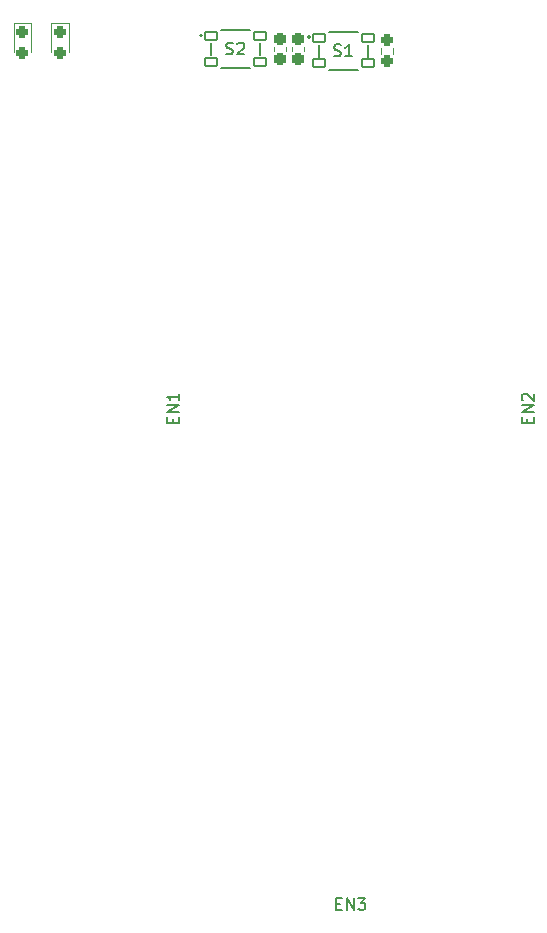
<source format=gbr>
%TF.GenerationSoftware,KiCad,Pcbnew,8.0.5*%
%TF.CreationDate,2025-01-01T22:16:47+09:00*%
%TF.ProjectId,Davinci-Keyboard,44617669-6e63-4692-9d4b-6579626f6172,rev?*%
%TF.SameCoordinates,Original*%
%TF.FileFunction,Legend,Top*%
%TF.FilePolarity,Positive*%
%FSLAX46Y46*%
G04 Gerber Fmt 4.6, Leading zero omitted, Abs format (unit mm)*
G04 Created by KiCad (PCBNEW 8.0.5) date 2025-01-01 22:16:47*
%MOMM*%
%LPD*%
G01*
G04 APERTURE LIST*
G04 Aperture macros list*
%AMRoundRect*
0 Rectangle with rounded corners*
0 $1 Rounding radius*
0 $2 $3 $4 $5 $6 $7 $8 $9 X,Y pos of 4 corners*
0 Add a 4 corners polygon primitive as box body*
4,1,4,$2,$3,$4,$5,$6,$7,$8,$9,$2,$3,0*
0 Add four circle primitives for the rounded corners*
1,1,$1+$1,$2,$3*
1,1,$1+$1,$4,$5*
1,1,$1+$1,$6,$7*
1,1,$1+$1,$8,$9*
0 Add four rect primitives between the rounded corners*
20,1,$1+$1,$2,$3,$4,$5,0*
20,1,$1+$1,$4,$5,$6,$7,0*
20,1,$1+$1,$6,$7,$8,$9,0*
20,1,$1+$1,$8,$9,$2,$3,0*%
G04 Aperture macros list end*
%ADD10C,0.150000*%
%ADD11C,0.127000*%
%ADD12C,0.120000*%
%ADD13C,4.100000*%
%ADD14C,1.600000*%
%ADD15C,3.000000*%
%ADD16C,3.200000*%
%ADD17C,2.000000*%
%ADD18R,3.200000X2.000000*%
%ADD19RoundRect,0.102000X-0.525000X-0.325000X0.525000X-0.325000X0.525000X0.325000X-0.525000X0.325000X0*%
%ADD20RoundRect,0.237500X0.237500X-0.300000X0.237500X0.300000X-0.237500X0.300000X-0.237500X-0.300000X0*%
%ADD21R,2.000000X3.200000*%
%ADD22RoundRect,0.237500X-0.237500X0.287500X-0.237500X-0.287500X0.237500X-0.287500X0.237500X0.287500X0*%
%ADD23RoundRect,0.237500X0.237500X-0.250000X0.237500X0.250000X-0.237500X0.250000X-0.237500X-0.250000X0*%
%ADD24O,1.000000X2.100000*%
%ADD25O,1.000000X1.800000*%
%ADD26O,1.700000X1.700000*%
%ADD27R,1.700000X1.700000*%
G04 APERTURE END LIST*
D10*
X78751009Y-87054285D02*
X78751009Y-86720952D01*
X79274819Y-86578095D02*
X79274819Y-87054285D01*
X79274819Y-87054285D02*
X78274819Y-87054285D01*
X78274819Y-87054285D02*
X78274819Y-86578095D01*
X79274819Y-86149523D02*
X78274819Y-86149523D01*
X78274819Y-86149523D02*
X79274819Y-85578095D01*
X79274819Y-85578095D02*
X78274819Y-85578095D01*
X78370057Y-85149523D02*
X78322438Y-85101904D01*
X78322438Y-85101904D02*
X78274819Y-85006666D01*
X78274819Y-85006666D02*
X78274819Y-84768571D01*
X78274819Y-84768571D02*
X78322438Y-84673333D01*
X78322438Y-84673333D02*
X78370057Y-84625714D01*
X78370057Y-84625714D02*
X78465295Y-84578095D01*
X78465295Y-84578095D02*
X78560533Y-84578095D01*
X78560533Y-84578095D02*
X78703390Y-84625714D01*
X78703390Y-84625714D02*
X79274819Y-85197142D01*
X79274819Y-85197142D02*
X79274819Y-84578095D01*
X62381483Y-55974861D02*
X62524567Y-56022555D01*
X62524567Y-56022555D02*
X62763041Y-56022555D01*
X62763041Y-56022555D02*
X62858431Y-55974861D01*
X62858431Y-55974861D02*
X62906126Y-55927166D01*
X62906126Y-55927166D02*
X62953820Y-55831776D01*
X62953820Y-55831776D02*
X62953820Y-55736386D01*
X62953820Y-55736386D02*
X62906126Y-55640997D01*
X62906126Y-55640997D02*
X62858431Y-55593302D01*
X62858431Y-55593302D02*
X62763041Y-55545607D01*
X62763041Y-55545607D02*
X62572262Y-55497912D01*
X62572262Y-55497912D02*
X62476872Y-55450218D01*
X62476872Y-55450218D02*
X62429178Y-55402523D01*
X62429178Y-55402523D02*
X62381483Y-55307133D01*
X62381483Y-55307133D02*
X62381483Y-55211744D01*
X62381483Y-55211744D02*
X62429178Y-55116354D01*
X62429178Y-55116354D02*
X62476872Y-55068659D01*
X62476872Y-55068659D02*
X62572262Y-55020964D01*
X62572262Y-55020964D02*
X62810736Y-55020964D01*
X62810736Y-55020964D02*
X62953820Y-55068659D01*
X63907716Y-56022555D02*
X63335379Y-56022555D01*
X63621548Y-56022555D02*
X63621548Y-55020964D01*
X63621548Y-55020964D02*
X63526158Y-55164049D01*
X63526158Y-55164049D02*
X63430768Y-55259438D01*
X63430768Y-55259438D02*
X63335379Y-55307133D01*
X62558714Y-127771009D02*
X62892047Y-127771009D01*
X63034904Y-128294819D02*
X62558714Y-128294819D01*
X62558714Y-128294819D02*
X62558714Y-127294819D01*
X62558714Y-127294819D02*
X63034904Y-127294819D01*
X63463476Y-128294819D02*
X63463476Y-127294819D01*
X63463476Y-127294819D02*
X64034904Y-128294819D01*
X64034904Y-128294819D02*
X64034904Y-127294819D01*
X64415857Y-127294819D02*
X65034904Y-127294819D01*
X65034904Y-127294819D02*
X64701571Y-127675771D01*
X64701571Y-127675771D02*
X64844428Y-127675771D01*
X64844428Y-127675771D02*
X64939666Y-127723390D01*
X64939666Y-127723390D02*
X64987285Y-127771009D01*
X64987285Y-127771009D02*
X65034904Y-127866247D01*
X65034904Y-127866247D02*
X65034904Y-128104342D01*
X65034904Y-128104342D02*
X64987285Y-128199580D01*
X64987285Y-128199580D02*
X64939666Y-128247200D01*
X64939666Y-128247200D02*
X64844428Y-128294819D01*
X64844428Y-128294819D02*
X64558714Y-128294819D01*
X64558714Y-128294819D02*
X64463476Y-128247200D01*
X64463476Y-128247200D02*
X64415857Y-128199580D01*
X48704009Y-87054285D02*
X48704009Y-86720952D01*
X49227819Y-86578095D02*
X49227819Y-87054285D01*
X49227819Y-87054285D02*
X48227819Y-87054285D01*
X48227819Y-87054285D02*
X48227819Y-86578095D01*
X49227819Y-86149523D02*
X48227819Y-86149523D01*
X48227819Y-86149523D02*
X49227819Y-85578095D01*
X49227819Y-85578095D02*
X48227819Y-85578095D01*
X49227819Y-84578095D02*
X49227819Y-85149523D01*
X49227819Y-84863809D02*
X48227819Y-84863809D01*
X48227819Y-84863809D02*
X48370676Y-84959047D01*
X48370676Y-84959047D02*
X48465914Y-85054285D01*
X48465914Y-85054285D02*
X48513533Y-85149523D01*
X53237483Y-55822461D02*
X53380567Y-55870155D01*
X53380567Y-55870155D02*
X53619041Y-55870155D01*
X53619041Y-55870155D02*
X53714431Y-55822461D01*
X53714431Y-55822461D02*
X53762126Y-55774766D01*
X53762126Y-55774766D02*
X53809820Y-55679376D01*
X53809820Y-55679376D02*
X53809820Y-55583986D01*
X53809820Y-55583986D02*
X53762126Y-55488597D01*
X53762126Y-55488597D02*
X53714431Y-55440902D01*
X53714431Y-55440902D02*
X53619041Y-55393207D01*
X53619041Y-55393207D02*
X53428262Y-55345512D01*
X53428262Y-55345512D02*
X53332872Y-55297818D01*
X53332872Y-55297818D02*
X53285178Y-55250123D01*
X53285178Y-55250123D02*
X53237483Y-55154733D01*
X53237483Y-55154733D02*
X53237483Y-55059344D01*
X53237483Y-55059344D02*
X53285178Y-54963954D01*
X53285178Y-54963954D02*
X53332872Y-54916259D01*
X53332872Y-54916259D02*
X53428262Y-54868564D01*
X53428262Y-54868564D02*
X53666736Y-54868564D01*
X53666736Y-54868564D02*
X53809820Y-54916259D01*
X54191379Y-54963954D02*
X54239074Y-54916259D01*
X54239074Y-54916259D02*
X54334463Y-54868564D01*
X54334463Y-54868564D02*
X54572937Y-54868564D01*
X54572937Y-54868564D02*
X54668327Y-54916259D01*
X54668327Y-54916259D02*
X54716022Y-54963954D01*
X54716022Y-54963954D02*
X54763716Y-55059344D01*
X54763716Y-55059344D02*
X54763716Y-55154733D01*
X54763716Y-55154733D02*
X54716022Y-55297818D01*
X54716022Y-55297818D02*
X54143684Y-55870155D01*
X54143684Y-55870155D02*
X54763716Y-55870155D01*
D11*
%TO.C,S1*%
X60370000Y-54391600D02*
G75*
G02*
X60270000Y-54391600I-50000J0D01*
G01*
X60270000Y-54391600D02*
G75*
G02*
X60370000Y-54391600I50000J0D01*
G01*
X60381803Y-54391600D02*
G75*
G02*
X60158197Y-54391600I-111803J0D01*
G01*
X60158197Y-54391600D02*
G75*
G02*
X60381803Y-54391600I111803J0D01*
G01*
X65270000Y-55041600D02*
X65270000Y-56041600D01*
X61920000Y-57141600D02*
X64420000Y-57141600D01*
X61920000Y-53941600D02*
X64420000Y-53941600D01*
X61070000Y-55041600D02*
X61070000Y-56041600D01*
D12*
%TO.C,C6*%
X58346000Y-55560867D02*
X58346000Y-55268333D01*
X57326000Y-55560867D02*
X57326000Y-55268333D01*
%TO.C,D1*%
X39906000Y-55665000D02*
X39906000Y-53205000D01*
X39906000Y-53205000D02*
X38436000Y-53205000D01*
X38436000Y-53205000D02*
X38436000Y-55665000D01*
%TO.C,C4*%
X59870000Y-55560867D02*
X59870000Y-55268333D01*
X58850000Y-55560867D02*
X58850000Y-55268333D01*
%TO.C,R11*%
X67375500Y-55796324D02*
X67375500Y-55286876D01*
X66330500Y-55796324D02*
X66330500Y-55286876D01*
%TO.C,D2*%
X36731000Y-55679000D02*
X36731000Y-53219000D01*
X36731000Y-53219000D02*
X35261000Y-53219000D01*
X35261000Y-53219000D02*
X35261000Y-55679000D01*
D11*
%TO.C,S2*%
X51226000Y-54264600D02*
G75*
G02*
X51126000Y-54264600I-50000J0D01*
G01*
X51126000Y-54264600D02*
G75*
G02*
X51226000Y-54264600I50000J0D01*
G01*
X51237803Y-54264600D02*
G75*
G02*
X51014197Y-54264600I-111803J0D01*
G01*
X51014197Y-54264600D02*
G75*
G02*
X51237803Y-54264600I111803J0D01*
G01*
X56126000Y-54914600D02*
X56126000Y-55914600D01*
X52776000Y-57014600D02*
X55276000Y-57014600D01*
X52776000Y-53814600D02*
X55276000Y-53814600D01*
X51926000Y-54914600D02*
X51926000Y-55914600D01*
%TD*%
%LPC*%
D13*
%TO.C,SW87*%
X374595000Y-142170000D03*
D14*
X379675000Y-142170000D03*
X369515000Y-142170000D03*
D15*
X370785000Y-139630000D03*
X377135000Y-137090000D03*
%TD*%
D13*
%TO.C,SW86*%
X355545000Y-142170000D03*
D14*
X360625000Y-142170000D03*
X350465000Y-142170000D03*
D15*
X351735000Y-139630000D03*
X358085000Y-137090000D03*
%TD*%
D13*
%TO.C,SW85*%
X336495000Y-142170000D03*
D14*
X341575000Y-142170000D03*
X331415000Y-142170000D03*
D15*
X332685000Y-139630000D03*
X339035000Y-137090000D03*
%TD*%
D13*
%TO.C,SW84*%
X312682500Y-142170000D03*
D14*
X317762500Y-142170000D03*
X307602500Y-142170000D03*
D15*
X308872500Y-139630000D03*
X315222500Y-137090000D03*
%TD*%
D13*
%TO.C,SW83*%
X293632500Y-142170000D03*
D14*
X298712500Y-142170000D03*
X288552500Y-142170000D03*
D15*
X289822500Y-139630000D03*
X296172500Y-137090000D03*
%TD*%
D13*
%TO.C,SW82*%
X274582500Y-142170000D03*
D14*
X279662500Y-142170000D03*
X269502500Y-142170000D03*
D15*
X270772500Y-139630000D03*
X277122500Y-137090000D03*
%TD*%
D13*
%TO.C,SW81*%
X234101250Y-142170000D03*
D14*
X239181250Y-142170000D03*
X229021250Y-142170000D03*
D15*
X230291250Y-139630000D03*
X236641250Y-137090000D03*
%TD*%
D13*
%TO.C,SW80*%
X193620000Y-142170000D03*
D14*
X198700000Y-142170000D03*
X188540000Y-142170000D03*
D15*
X189810000Y-139630000D03*
X196160000Y-137090000D03*
%TD*%
D13*
%TO.C,SW79*%
X174570000Y-142170000D03*
D14*
X179650000Y-142170000D03*
X169490000Y-142170000D03*
D15*
X170760000Y-139630000D03*
X177110000Y-137090000D03*
%TD*%
D13*
%TO.C,SW78*%
X155520000Y-142170000D03*
D14*
X160600000Y-142170000D03*
X150440000Y-142170000D03*
D15*
X151710000Y-139630000D03*
X158060000Y-137090000D03*
%TD*%
D13*
%TO.C,SW77*%
X136470000Y-142170000D03*
D14*
X141550000Y-142170000D03*
X131390000Y-142170000D03*
D15*
X132660000Y-139630000D03*
X139010000Y-137090000D03*
%TD*%
D13*
%TO.C,SW76*%
X110276250Y-142170000D03*
D14*
X115356250Y-142170000D03*
X105196250Y-142170000D03*
D15*
X106466250Y-139630000D03*
X112816250Y-137090000D03*
%TD*%
D13*
%TO.C,SW75*%
X398407500Y-123120000D03*
D14*
X403487500Y-123120000D03*
X393327500Y-123120000D03*
D15*
X394597500Y-120580000D03*
X400947500Y-118040000D03*
%TD*%
D13*
%TO.C,SW74*%
X374595000Y-123120000D03*
D14*
X379675000Y-123120000D03*
X369515000Y-123120000D03*
D15*
X370785000Y-120580000D03*
X377135000Y-118040000D03*
%TD*%
D13*
%TO.C,SW73*%
X355545000Y-123120000D03*
D14*
X360625000Y-123120000D03*
X350465000Y-123120000D03*
D15*
X351735000Y-120580000D03*
X358085000Y-118040000D03*
%TD*%
D13*
%TO.C,SW72*%
X336495000Y-123120000D03*
D14*
X341575000Y-123120000D03*
X331415000Y-123120000D03*
D15*
X332685000Y-120580000D03*
X339035000Y-118040000D03*
%TD*%
D13*
%TO.C,SW71*%
X317445000Y-123120000D03*
D14*
X322525000Y-123120000D03*
X312365000Y-123120000D03*
D15*
X313635000Y-120580000D03*
X319985000Y-118040000D03*
%TD*%
D13*
%TO.C,SW70*%
X298395000Y-123120000D03*
D14*
X303475000Y-123120000D03*
X293315000Y-123120000D03*
D15*
X294585000Y-120580000D03*
X300935000Y-118040000D03*
%TD*%
D13*
%TO.C,SW69*%
X279345000Y-123120000D03*
D14*
X284425000Y-123120000D03*
X274265000Y-123120000D03*
D15*
X275535000Y-120580000D03*
X281885000Y-118040000D03*
%TD*%
D13*
%TO.C,SW68*%
X260295000Y-123120000D03*
D14*
X265375000Y-123120000D03*
X255215000Y-123120000D03*
D15*
X256485000Y-120580000D03*
X262835000Y-118040000D03*
%TD*%
D13*
%TO.C,SW67*%
X241245000Y-123120000D03*
D14*
X246325000Y-123120000D03*
X236165000Y-123120000D03*
D15*
X237435000Y-120580000D03*
X243785000Y-118040000D03*
%TD*%
D13*
%TO.C,SW66*%
X222195000Y-123120000D03*
D14*
X227275000Y-123120000D03*
X217115000Y-123120000D03*
D15*
X218385000Y-120580000D03*
X224735000Y-118040000D03*
%TD*%
D13*
%TO.C,SW65*%
X203145000Y-123120000D03*
D14*
X208225000Y-123120000D03*
X198065000Y-123120000D03*
D15*
X199335000Y-120580000D03*
X205685000Y-118040000D03*
%TD*%
D13*
%TO.C,SW64*%
X184095000Y-123120000D03*
D14*
X189175000Y-123120000D03*
X179015000Y-123120000D03*
D15*
X180285000Y-120580000D03*
X186635000Y-118040000D03*
%TD*%
D13*
%TO.C,SW63*%
X165045000Y-123120000D03*
D14*
X170125000Y-123120000D03*
X159965000Y-123120000D03*
D15*
X161235000Y-120580000D03*
X167585000Y-118040000D03*
%TD*%
D13*
%TO.C,SW62*%
X145995000Y-123120000D03*
D14*
X151075000Y-123120000D03*
X140915000Y-123120000D03*
D15*
X142185000Y-120580000D03*
X148535000Y-118040000D03*
%TD*%
D13*
%TO.C,SW61*%
X117420000Y-123120000D03*
D14*
X122500000Y-123120000D03*
X112340000Y-123120000D03*
D15*
X113610000Y-120580000D03*
X119960000Y-118040000D03*
%TD*%
D13*
%TO.C,SW60*%
X398407500Y-104070000D03*
D14*
X403487500Y-104070000D03*
X393327500Y-104070000D03*
D15*
X394597500Y-101530000D03*
X400947500Y-98990000D03*
%TD*%
D13*
%TO.C,SW59*%
X350782500Y-104070000D03*
D14*
X355862500Y-104070000D03*
X345702500Y-104070000D03*
D15*
X346972500Y-101530000D03*
X353322500Y-98990000D03*
%TD*%
D13*
%TO.C,SW58*%
X331732500Y-104070000D03*
D14*
X336812500Y-104070000D03*
X326652500Y-104070000D03*
D15*
X327922500Y-101530000D03*
X334272500Y-98990000D03*
%TD*%
D13*
%TO.C,SW57*%
X312682500Y-104070000D03*
D14*
X317762500Y-104070000D03*
X307602500Y-104070000D03*
D15*
X308872500Y-101530000D03*
X315222500Y-98990000D03*
%TD*%
D13*
%TO.C,SW56*%
X293632500Y-104070000D03*
D14*
X298712500Y-104070000D03*
X288552500Y-104070000D03*
D15*
X289822500Y-101530000D03*
X296172500Y-98990000D03*
%TD*%
D13*
%TO.C,SW55*%
X274582500Y-104070000D03*
D14*
X279662500Y-104070000D03*
X269502500Y-104070000D03*
D15*
X270772500Y-101530000D03*
X277122500Y-98990000D03*
%TD*%
D13*
%TO.C,SW54*%
X255532500Y-104070000D03*
D14*
X260612500Y-104070000D03*
X250452500Y-104070000D03*
D15*
X251722500Y-101530000D03*
X258072500Y-98990000D03*
%TD*%
D13*
%TO.C,SW53*%
X236482500Y-104070000D03*
D14*
X241562500Y-104070000D03*
X231402500Y-104070000D03*
D15*
X232672500Y-101530000D03*
X239022500Y-98990000D03*
%TD*%
D13*
%TO.C,SW52*%
X217432500Y-104070000D03*
D14*
X222512500Y-104070000D03*
X212352500Y-104070000D03*
D15*
X213622500Y-101530000D03*
X219972500Y-98990000D03*
%TD*%
D13*
%TO.C,SW51*%
X198382500Y-104070000D03*
D14*
X203462500Y-104070000D03*
X193302500Y-104070000D03*
D15*
X194572500Y-101530000D03*
X200922500Y-98990000D03*
%TD*%
D13*
%TO.C,SW50*%
X179332500Y-104070000D03*
D14*
X184412500Y-104070000D03*
X174252500Y-104070000D03*
D15*
X175522500Y-101530000D03*
X181872500Y-98990000D03*
%TD*%
D13*
%TO.C,SW49*%
X160282500Y-104070000D03*
D14*
X165362500Y-104070000D03*
X155202500Y-104070000D03*
D15*
X156472500Y-101530000D03*
X162822500Y-98990000D03*
%TD*%
D13*
%TO.C,SW48*%
X141232500Y-104070000D03*
D14*
X146312500Y-104070000D03*
X136152500Y-104070000D03*
D15*
X137422500Y-101530000D03*
X143772500Y-98990000D03*
%TD*%
D13*
%TO.C,SW47*%
X115038750Y-104070000D03*
D14*
X120118750Y-104070000D03*
X109958750Y-104070000D03*
D15*
X111228750Y-101530000D03*
X117578750Y-98990000D03*
%TD*%
D13*
%TO.C,SW46*%
X398407500Y-85020000D03*
D14*
X403487500Y-85020000D03*
X393327500Y-85020000D03*
D15*
X394597500Y-82480000D03*
X400947500Y-79940000D03*
%TD*%
D13*
%TO.C,SW45*%
X372213750Y-94545000D03*
D14*
X377293750Y-94545000D03*
X367133750Y-94545000D03*
D15*
X368403750Y-92005000D03*
X374753750Y-89465000D03*
%TD*%
D13*
%TO.C,SW44*%
X346020000Y-85020000D03*
D14*
X351100000Y-85020000D03*
X340940000Y-85020000D03*
D15*
X342210000Y-82480000D03*
X348560000Y-79940000D03*
%TD*%
D13*
%TO.C,SW43*%
X326970000Y-85020000D03*
D14*
X332050000Y-85020000D03*
X321890000Y-85020000D03*
D15*
X323160000Y-82480000D03*
X329510000Y-79940000D03*
%TD*%
D13*
%TO.C,SW42*%
X307920000Y-85020000D03*
D14*
X313000000Y-85020000D03*
X302840000Y-85020000D03*
D15*
X304110000Y-82480000D03*
X310460000Y-79940000D03*
%TD*%
D13*
%TO.C,SW41*%
X288870000Y-85020000D03*
D14*
X293950000Y-85020000D03*
X283790000Y-85020000D03*
D15*
X285060000Y-82480000D03*
X291410000Y-79940000D03*
%TD*%
D13*
%TO.C,SW40*%
X269820000Y-85020000D03*
D14*
X274900000Y-85020000D03*
X264740000Y-85020000D03*
D15*
X266010000Y-82480000D03*
X272360000Y-79940000D03*
%TD*%
D13*
%TO.C,SW39*%
X250770000Y-85020000D03*
D14*
X255850000Y-85020000D03*
X245690000Y-85020000D03*
D15*
X246960000Y-82480000D03*
X253310000Y-79940000D03*
%TD*%
D13*
%TO.C,SW38*%
X231720000Y-85020000D03*
D14*
X236800000Y-85020000D03*
X226640000Y-85020000D03*
D15*
X227910000Y-82480000D03*
X234260000Y-79940000D03*
%TD*%
D13*
%TO.C,SW37*%
X212670000Y-85020000D03*
D14*
X217750000Y-85020000D03*
X207590000Y-85020000D03*
D15*
X208860000Y-82480000D03*
X215210000Y-79940000D03*
%TD*%
D13*
%TO.C,SW36*%
X193620000Y-85020000D03*
D14*
X198700000Y-85020000D03*
X188540000Y-85020000D03*
D15*
X189810000Y-82480000D03*
X196160000Y-79940000D03*
%TD*%
D13*
%TO.C,SW35*%
X174570000Y-85020000D03*
D14*
X179650000Y-85020000D03*
X169490000Y-85020000D03*
D15*
X170760000Y-82480000D03*
X177110000Y-79940000D03*
%TD*%
D13*
%TO.C,SW34*%
X155520000Y-85020000D03*
D14*
X160600000Y-85020000D03*
X150440000Y-85020000D03*
D15*
X151710000Y-82480000D03*
X158060000Y-79940000D03*
%TD*%
D13*
%TO.C,SW33*%
X136470000Y-85020000D03*
D14*
X141550000Y-85020000D03*
X131390000Y-85020000D03*
D15*
X132660000Y-82480000D03*
X139010000Y-79940000D03*
%TD*%
D13*
%TO.C,SW32*%
X112657500Y-85020000D03*
D14*
X117737500Y-85020000D03*
X107577500Y-85020000D03*
D15*
X108847500Y-82480000D03*
X115197500Y-79940000D03*
%TD*%
D13*
%TO.C,SW31*%
X398407500Y-65970000D03*
D14*
X403487500Y-65970000D03*
X393327500Y-65970000D03*
D15*
X394597500Y-63430000D03*
X400947500Y-60890000D03*
%TD*%
D13*
%TO.C,SW30*%
X374595000Y-65970000D03*
D14*
X379675000Y-65970000D03*
X369515000Y-65970000D03*
D15*
X370785000Y-63430000D03*
X377135000Y-60890000D03*
%TD*%
D13*
%TO.C,SW29*%
X355545000Y-65970000D03*
D14*
X360625000Y-65970000D03*
X350465000Y-65970000D03*
D15*
X351735000Y-63430000D03*
X358085000Y-60890000D03*
%TD*%
D13*
%TO.C,SW28*%
X336495000Y-65970000D03*
D14*
X341575000Y-65970000D03*
X331415000Y-65970000D03*
D15*
X332685000Y-63430000D03*
X339035000Y-60890000D03*
%TD*%
D13*
%TO.C,SW27*%
X317445000Y-65970000D03*
D14*
X322525000Y-65970000D03*
X312365000Y-65970000D03*
D15*
X313635000Y-63430000D03*
X319985000Y-60890000D03*
%TD*%
D13*
%TO.C,SW26*%
X298395000Y-65970000D03*
D14*
X303475000Y-65970000D03*
X293315000Y-65970000D03*
D15*
X294585000Y-63430000D03*
X300935000Y-60890000D03*
%TD*%
D13*
%TO.C,SW25*%
X279345000Y-65970000D03*
D14*
X284425000Y-65970000D03*
X274265000Y-65970000D03*
D15*
X275535000Y-63430000D03*
X281885000Y-60890000D03*
%TD*%
D13*
%TO.C,SW24*%
X260295000Y-65970000D03*
D14*
X265375000Y-65970000D03*
X255215000Y-65970000D03*
D15*
X256485000Y-63430000D03*
X262835000Y-60890000D03*
%TD*%
D13*
%TO.C,SW23*%
X241245000Y-65970000D03*
D14*
X246325000Y-65970000D03*
X236165000Y-65970000D03*
D15*
X237435000Y-63430000D03*
X243785000Y-60890000D03*
%TD*%
D13*
%TO.C,SW22*%
X222195000Y-65970000D03*
D14*
X227275000Y-65970000D03*
X217115000Y-65970000D03*
D15*
X218385000Y-63430000D03*
X224735000Y-60890000D03*
%TD*%
D13*
%TO.C,SW21*%
X203145000Y-65970000D03*
D14*
X208225000Y-65970000D03*
X198065000Y-65970000D03*
D15*
X199335000Y-63430000D03*
X205685000Y-60890000D03*
%TD*%
D13*
%TO.C,SW20*%
X184095000Y-65970000D03*
D14*
X189175000Y-65970000D03*
X179015000Y-65970000D03*
D15*
X180285000Y-63430000D03*
X186635000Y-60890000D03*
%TD*%
D13*
%TO.C,SW19*%
X165045000Y-65970000D03*
D14*
X170125000Y-65970000D03*
X159965000Y-65970000D03*
D15*
X161235000Y-63430000D03*
X167585000Y-60890000D03*
%TD*%
D13*
%TO.C,SW18*%
X145995000Y-65970000D03*
D14*
X151075000Y-65970000D03*
X140915000Y-65970000D03*
D15*
X142185000Y-63430000D03*
X148535000Y-60890000D03*
%TD*%
D13*
%TO.C,SW17*%
X126945000Y-65970000D03*
D14*
X132025000Y-65970000D03*
X121865000Y-65970000D03*
D15*
X123135000Y-63430000D03*
X129485000Y-60890000D03*
%TD*%
D13*
%TO.C,SW16*%
X107895000Y-65970000D03*
D14*
X112975000Y-65970000D03*
X102815000Y-65970000D03*
D15*
X104085000Y-63430000D03*
X110435000Y-60890000D03*
%TD*%
D13*
%TO.C,SW15*%
X398407500Y-42157500D03*
D14*
X403487500Y-42157500D03*
X393327500Y-42157500D03*
D15*
X394597500Y-39617500D03*
X400947500Y-37077500D03*
%TD*%
D13*
%TO.C,SW14*%
X374595000Y-42157500D03*
D14*
X379675000Y-42157500D03*
X369515000Y-42157500D03*
D15*
X370785000Y-39617500D03*
X377135000Y-37077500D03*
%TD*%
D13*
%TO.C,SW13*%
X350782500Y-42157500D03*
D14*
X355862500Y-42157500D03*
X345702500Y-42157500D03*
D15*
X346972500Y-39617500D03*
X353322500Y-37077500D03*
%TD*%
D13*
%TO.C,SW12*%
X331732500Y-42157500D03*
D14*
X336812500Y-42157500D03*
X326652500Y-42157500D03*
D15*
X327922500Y-39617500D03*
X334272500Y-37077500D03*
%TD*%
D13*
%TO.C,SW11*%
X312682500Y-42157500D03*
D14*
X317762500Y-42157500D03*
X307602500Y-42157500D03*
D15*
X308872500Y-39617500D03*
X315222500Y-37077500D03*
%TD*%
D13*
%TO.C,SW10*%
X293632500Y-42157500D03*
D14*
X298712500Y-42157500D03*
X288552500Y-42157500D03*
D15*
X289822500Y-39617500D03*
X296172500Y-37077500D03*
%TD*%
D13*
%TO.C,SW9*%
X269820000Y-42157500D03*
D14*
X274900000Y-42157500D03*
X264740000Y-42157500D03*
D15*
X266010000Y-39617500D03*
X272360000Y-37077500D03*
%TD*%
D13*
%TO.C,SW8*%
X250770000Y-42157500D03*
D14*
X255850000Y-42157500D03*
X245690000Y-42157500D03*
D15*
X246960000Y-39617500D03*
X253310000Y-37077500D03*
%TD*%
D13*
%TO.C,SW7*%
X231720000Y-42157500D03*
D14*
X236800000Y-42157500D03*
X226640000Y-42157500D03*
D15*
X227910000Y-39617500D03*
X234260000Y-37077500D03*
%TD*%
D13*
%TO.C,SW6*%
X212670000Y-42157500D03*
D14*
X217750000Y-42157500D03*
X207590000Y-42157500D03*
D15*
X208860000Y-39617500D03*
X215210000Y-37077500D03*
%TD*%
D13*
%TO.C,SW5*%
X188857500Y-42157500D03*
D14*
X193937500Y-42157500D03*
X183777500Y-42157500D03*
D15*
X185047500Y-39617500D03*
X191397500Y-37077500D03*
%TD*%
D13*
%TO.C,SW4*%
X169807500Y-42157500D03*
D14*
X174887500Y-42157500D03*
X164727500Y-42157500D03*
D15*
X165997500Y-39617500D03*
X172347500Y-37077500D03*
%TD*%
D13*
%TO.C,SW3*%
X150757500Y-42157500D03*
D14*
X155837500Y-42157500D03*
X145677500Y-42157500D03*
D15*
X146947500Y-39617500D03*
X153297500Y-37077500D03*
%TD*%
D13*
%TO.C,SW2*%
X131707500Y-42157500D03*
D14*
X136787500Y-42157500D03*
X126627500Y-42157500D03*
D15*
X127897500Y-39617500D03*
X134247500Y-37077500D03*
%TD*%
D13*
%TO.C,SW1*%
X107895000Y-42157500D03*
D14*
X112975000Y-42157500D03*
X102815000Y-42157500D03*
D15*
X104085000Y-39617500D03*
X110435000Y-37077500D03*
%TD*%
D16*
%TO.C,REF\u002A\u002A*%
X32059000Y-56098200D03*
%TD*%
D17*
%TO.C,EN2*%
X90820000Y-88340000D03*
X90820000Y-83340000D03*
D18*
X83820000Y-91440000D03*
X83820000Y-80240000D03*
D17*
X76320000Y-85840000D03*
X76320000Y-88340000D03*
X76320000Y-83340000D03*
%TD*%
D19*
%TO.C,S1*%
X65245000Y-56616600D03*
X61095000Y-56616600D03*
X65245000Y-54466600D03*
X61095000Y-54466600D03*
%TD*%
D20*
%TO.C,C6*%
X57836000Y-54552100D03*
X57836000Y-56277100D03*
%TD*%
D16*
%TO.C,REF\u002A\u002A*%
X32059000Y-149494000D03*
%TD*%
D17*
%TO.C,EN3*%
X66273000Y-115840000D03*
X61273000Y-115840000D03*
D21*
X69373000Y-122840000D03*
X58173000Y-122840000D03*
D17*
X63773000Y-130340000D03*
X66273000Y-130340000D03*
X61273000Y-130340000D03*
%TD*%
D22*
%TO.C,D1*%
X39171000Y-55740000D03*
X39171000Y-53990000D03*
%TD*%
D20*
%TO.C,C4*%
X59360000Y-54552100D03*
X59360000Y-56277100D03*
%TD*%
D23*
%TO.C,R11*%
X66853000Y-54629100D03*
X66853000Y-56454100D03*
%TD*%
D22*
%TO.C,D2*%
X35996000Y-55754000D03*
X35996000Y-54004000D03*
%TD*%
D17*
%TO.C,EN1*%
X36773000Y-83340000D03*
X36773000Y-88340000D03*
D18*
X43773000Y-80240000D03*
X43773000Y-91440000D03*
D17*
X51273000Y-85840000D03*
X51273000Y-83340000D03*
X51273000Y-88340000D03*
%TD*%
D19*
%TO.C,S2*%
X56101000Y-56489600D03*
X51951000Y-56489600D03*
X56101000Y-54339600D03*
X51951000Y-54339600D03*
%TD*%
D24*
%TO.C,J2*%
X46443000Y-59635000D03*
D25*
X46443000Y-55455000D03*
D24*
X37803000Y-59635000D03*
D25*
X37803000Y-55455000D03*
%TD*%
D26*
%TO.C,J1*%
X33324000Y-61102000D03*
D27*
X30784000Y-61102000D03*
%TD*%
%LPD*%
M02*

</source>
